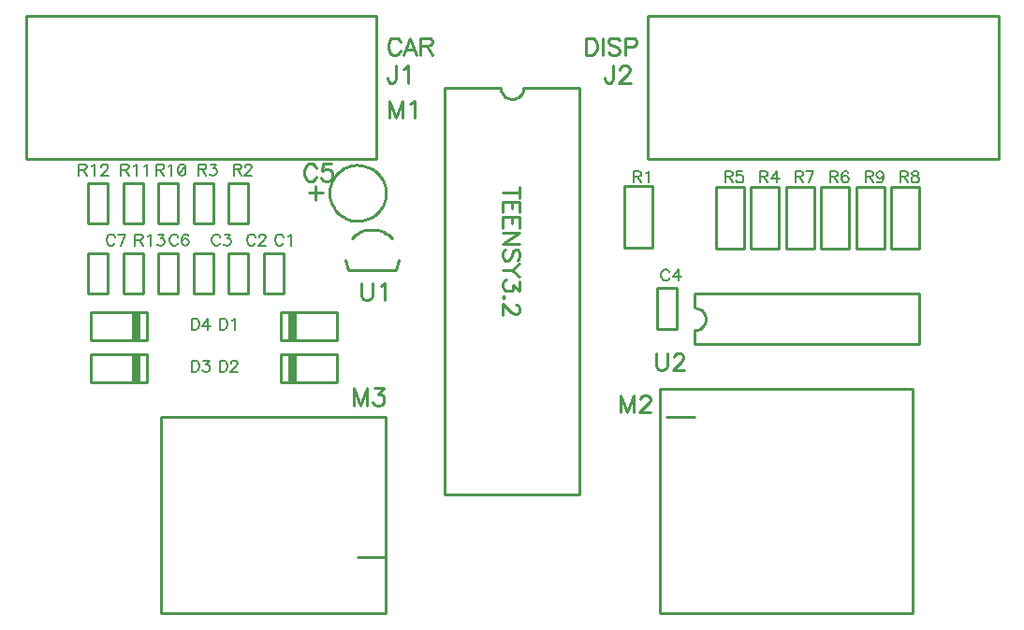
<source format=gto>
G04*
G04  File:            NDCA2.GTO, Sun Aug 22 19:16:03 2021*
G04  Source:          P-CAD 2002 PCB, Version 17.01.22, (C:\Users\David Forbes\Documents\Designs\Nixie\CorvairDash\NDC-A\NDCA2.PCB)*
G04  Format:          Gerber Format (RS-274-D), ASCII*
G04*
G04  Format Options:  Absolute Positioning*
G04                   Leading-Zero Suppression*
G04                   Scale Factor 1:1*
G04                   NO Circular Interpolation*
G04                   Inch Units*
G04                   Numeric Format: 4.4 (XXXX.XXXX)*
G04                   G54 Used for Aperture Change*
G04                   Apertures Embedded*
G04*
G04  File Options:    Offset = (0.0mil,0.0mil)*
G04                   Drill Symbol Size = 80.0mil*
G04                   No Pad/Via Holes*
G04*
G04  File Contents:   No Pads*
G04                   No Vias*
G04                   Designators*
G04                   Types*
G04                   Values*
G04                   No Drill Symbols*
G04                   Top Silk*
G04*
%INNDCA2.GTO*%
%ICAS*%
%MOIN*%
G04*
G04  Aperture MACROs for general use --- invoked via D-code assignment *
G04*
G04  General MACRO for flashed round with rotation and/or offset hole *
%AMROTOFFROUND*
1,1,$1,0.0000,0.0000*
1,0,$2,$3,$4*%
G04*
G04  General MACRO for flashed oval (obround) with rotation and/or offset hole *
%AMROTOFFOVAL*
21,1,$1,$2,0.0000,0.0000,$3*
1,1,$4,$5,$6*
1,1,$4,0-$5,0-$6*
1,0,$7,$8,$9*%
G04*
G04  General MACRO for flashed oval (obround) with rotation and no hole *
%AMROTOVALNOHOLE*
21,1,$1,$2,0.0000,0.0000,$3*
1,1,$4,$5,$6*
1,1,$4,0-$5,0-$6*%
G04*
G04  General MACRO for flashed rectangle with rotation and/or offset hole *
%AMROTOFFRECT*
21,1,$1,$2,0.0000,0.0000,$3*
1,0,$4,$5,$6*%
G04*
G04  General MACRO for flashed rectangle with rotation and no hole *
%AMROTRECTNOHOLE*
21,1,$1,$2,0.0000,0.0000,$3*%
G04*
G04  General MACRO for flashed rounded-rectangle *
%AMROUNDRECT*
21,1,$1,$2-$4,0.0000,0.0000,$3*
21,1,$1-$4,$2,0.0000,0.0000,$3*
1,1,$4,$5,$6*
1,1,$4,$7,$8*
1,1,$4,0-$5,0-$6*
1,1,$4,0-$7,0-$8*
1,0,$9,$10,$11*%
G04*
G04  General MACRO for flashed rounded-rectangle with rotation and no hole *
%AMROUNDRECTNOHOLE*
21,1,$1,$2-$4,0.0000,0.0000,$3*
21,1,$1-$4,$2,0.0000,0.0000,$3*
1,1,$4,$5,$6*
1,1,$4,$7,$8*
1,1,$4,0-$5,0-$6*
1,1,$4,0-$7,0-$8*%
G04*
G04  General MACRO for flashed regular polygon *
%AMREGPOLY*
5,1,$1,0.0000,0.0000,$2,$3+$4*
1,0,$5,$6,$7*%
G04*
G04  General MACRO for flashed regular polygon with no hole *
%AMREGPOLYNOHOLE*
5,1,$1,0.0000,0.0000,$2,$3+$4*%
G04*
G04  General MACRO for target *
%AMTARGET*
6,0,0,$1,$2,$3,4,$4,$5,$6*%
G04*
G04  General MACRO for mounting hole *
%AMMTHOLE*
1,1,$1,0,0*
1,0,$2,0,0*
$1=$1-$2*
$1=$1/2*
21,1,$2+$1,$3,0,0,$4*
21,1,$3,$2+$1,0,0,$4*%
G04*
G04*
G04  D10 : "Ellipse X10.0mil Y10.0mil H0.0mil 0.0deg (0.0mil,0.0mil) Draw"*
G04  Disc: OuterDia=0.0100*
%ADD10C, 0.0100*%
G04  D11 : "Ellipse X15.0mil Y15.0mil H0.0mil 0.0deg (0.0mil,0.0mil) Draw"*
G04  Disc: OuterDia=0.0150*
%ADD11C, 0.0150*%
G04  D12 : "Ellipse X50.0mil Y50.0mil H0.0mil 0.0deg (0.0mil,0.0mil) Draw"*
G04  Disc: OuterDia=0.0500*
%ADD12C, 0.0500*%
G04  D13 : "Ellipse X6.0mil Y6.0mil H0.0mil 0.0deg (0.0mil,0.0mil) Draw"*
G04  Disc: OuterDia=0.0060*
%ADD13C, 0.0060*%
G04  D14 : "Ellipse X250.0mil Y250.0mil H0.0mil 0.0deg (0.0mil,0.0mil) Flash"*
G04  Disc: OuterDia=0.2500*
%ADD14C, 0.2500*%
G04  D15 : "Ellipse X265.0mil Y265.0mil H0.0mil 0.0deg (0.0mil,0.0mil) Flash"*
G04  Disc: OuterDia=0.2650*
%ADD15C, 0.2650*%
G04  D16 : "Ellipse X60.0mil Y60.0mil H0.0mil 0.0deg (0.0mil,0.0mil) Flash"*
G04  Disc: OuterDia=0.0600*
%ADD16C, 0.0600*%
G04  D17 : "Ellipse X70.0mil Y70.0mil H0.0mil 0.0deg (0.0mil,0.0mil) Flash"*
G04  Disc: OuterDia=0.0700*
%ADD17C, 0.0700*%
G04  D18 : "Ellipse X75.0mil Y75.0mil H0.0mil 0.0deg (0.0mil,0.0mil) Flash"*
G04  Disc: OuterDia=0.0750*
%ADD18C, 0.0750*%
G04  D19 : "Ellipse X85.0mil Y85.0mil H0.0mil 0.0deg (0.0mil,0.0mil) Flash"*
G04  Disc: OuterDia=0.0850*
%ADD19C, 0.0850*%
G04  D20 : "Rectangle X40.0mil Y40.0mil H0.0mil 0.0deg (0.0mil,0.0mil) Flash"*
G04  Square: Side=0.0400, Rotation=0.0, OffsetX=0.0000, OffsetY=0.0000, HoleDia=0.0000*
%ADD20R, 0.0400 X0.0400*%
G04  D21 : "Rectangle X55.0mil Y55.0mil H0.0mil 0.0deg (0.0mil,0.0mil) Flash"*
G04  Square: Side=0.0550, Rotation=0.0, OffsetX=0.0000, OffsetY=0.0000, HoleDia=0.0000*
%ADD21R, 0.0550 X0.0550*%
G04  D22 : "Rectangle X60.0mil Y60.0mil H0.0mil 0.0deg (0.0mil,0.0mil) Flash"*
G04  Square: Side=0.0600, Rotation=0.0, OffsetX=0.0000, OffsetY=0.0000, HoleDia=0.0000*
%ADD22R, 0.0600 X0.0600*%
G04  D23 : "Rectangle X64.0mil Y64.0mil H0.0mil 0.0deg (0.0mil,0.0mil) Flash"*
G04  Square: Side=0.0640, Rotation=0.0, OffsetX=0.0000, OffsetY=0.0000, HoleDia=0.0000*
%ADD23R, 0.0640 X0.0640*%
G04  D24 : "Rectangle X70.0mil Y70.0mil H0.0mil 0.0deg (0.0mil,0.0mil) Flash"*
G04  Square: Side=0.0700, Rotation=0.0, OffsetX=0.0000, OffsetY=0.0000, HoleDia=0.0000*
%ADD24R, 0.0700 X0.0700*%
G04  D25 : "Rectangle X75.0mil Y75.0mil H0.0mil 0.0deg (0.0mil,0.0mil) Flash"*
G04  Square: Side=0.0750, Rotation=0.0, OffsetX=0.0000, OffsetY=0.0000, HoleDia=0.0000*
%ADD25R, 0.0750 X0.0750*%
G04  D26 : "Rectangle X79.0mil Y79.0mil H0.0mil 0.0deg (0.0mil,0.0mil) Flash"*
G04  Square: Side=0.0790, Rotation=0.0, OffsetX=0.0000, OffsetY=0.0000, HoleDia=0.0000*
%ADD26R, 0.0790 X0.0790*%
G04  D27 : "Rectangle X85.0mil Y85.0mil H0.0mil 0.0deg (0.0mil,0.0mil) Flash"*
G04  Square: Side=0.0850, Rotation=0.0, OffsetX=0.0000, OffsetY=0.0000, HoleDia=0.0000*
%ADD27R, 0.0850 X0.0850*%
G04  D28 : "Ellipse X50.0mil Y50.0mil H0.0mil 0.0deg (0.0mil,0.0mil) Flash"*
G04  Disc: OuterDia=0.0500*
%ADD28C, 0.0500*%
G04  D29 : "Ellipse X65.0mil Y65.0mil H0.0mil 0.0deg (0.0mil,0.0mil) Flash"*
G04  Disc: OuterDia=0.0650*
%ADD29C, 0.0650*%
G04*
%FSLAX44Y44*%
%SFA1B1*%
%OFA0.0000B0.0000*%
G04*
G70*
G90*
G01*
D2*
%LNTop Silk*%
G54D10*
X34900Y44400*
X35600D1*
X34900Y45850D2*
X35600D1*
Y44400D2*
Y45850D1*
X34900D2*
Y44400D1*
D2*
G54D13*
X34827Y46329*
X35001D1*
X35060Y46349*
X35079Y46368*
X35098Y46407*
Y46446*
X35079Y46484*
X35060Y46504*
X35001Y46523*
X34827*
Y46116*
X34963Y46329D2*
X35098Y46116D1*
X35273Y46446D2*
X35312Y46465D1*
X35370Y46523*
Y46116*
X35719Y46523D2*
X35660Y46504D1*
X35622Y46446*
X35602Y46349*
Y46291*
X35622Y46194*
X35660Y46135*
X35719Y46116*
X35757*
X35815Y46135*
X35854Y46194*
X35874Y46291*
Y46349*
X35854Y46446*
X35815Y46504*
X35757Y46523*
X35719*
X35854Y46446D2*
X35622Y46194D1*
D2*
G54D10*
X33650Y44400*
X34350D1*
X33650Y45850D2*
X34350D1*
Y44400D2*
Y45850D1*
X33650D2*
Y44400D1*
D2*
G54D13*
X33577Y46329*
X33751D1*
X33810Y46349*
X33829Y46368*
X33848Y46407*
Y46446*
X33829Y46484*
X33810Y46504*
X33751Y46523*
X33577*
Y46116*
X33713Y46329D2*
X33848Y46116D1*
X34023Y46446D2*
X34062Y46465D1*
X34120Y46523*
Y46116*
X34410Y46446D2*
X34449Y46465D1*
X34507Y46523*
Y46116*
D2*
G54D10*
X33650Y41900*
X34350D1*
X33650Y43350D2*
X34350D1*
Y41900D2*
Y43350D1*
X33650D2*
Y41900D1*
D2*
G54D13*
X34077Y43829*
X34251D1*
X34310Y43849*
X34329Y43868*
X34348Y43907*
Y43946*
X34329Y43984*
X34310Y44004*
X34251Y44023*
X34077*
Y43616*
X34213Y43829D2*
X34348Y43616D1*
X34523Y43946D2*
X34562Y43965D1*
X34620Y44023*
Y43616*
X34891Y44023D2*
X35104D1*
X34988Y43868*
X35046*
X35085Y43849*
X35104Y43829*
X35124Y43771*
Y43732*
X35104Y43674*
X35065Y43635*
X35007Y43616*
X34949*
X34891Y43635*
X34872Y43655*
X34852Y43694*
D2*
G54D10*
X37400Y44400*
X38100D1*
X37400Y45850D2*
X38100D1*
Y44400D2*
Y45850D1*
X37400D2*
Y44400D1*
D2*
G54D13*
X37578Y46332*
X37754D1*
X37812Y46352*
X37832Y46371*
X37851Y46410*
Y46449*
X37832Y46488*
X37812Y46508*
X37754Y46528*
X37578*
Y46117*
X37714Y46332D2*
X37851Y46117D1*
X37988Y46430D2*
Y46449D1*
X38008Y46488*
X38027Y46508*
X38066Y46528*
X38144*
X38183Y46508*
X38203Y46488*
X38222Y46449*
Y46410*
X38203Y46371*
X38164Y46313*
X37968Y46117*
X38242*
D2*
G54D10*
X36150Y44400*
X36850D1*
X36150Y45850D2*
X36850D1*
Y44400D2*
Y45850D1*
X36150D2*
Y44400D1*
D2*
G54D13*
X36328Y46332*
X36504D1*
X36562Y46352*
X36582Y46371*
X36601Y46410*
Y46449*
X36582Y46488*
X36562Y46508*
X36504Y46528*
X36328*
Y46117*
X36464Y46332D2*
X36601Y46117D1*
X36758Y46528D2*
X36972D1*
X36855Y46371*
X36914*
X36953Y46352*
X36972Y46332*
X36992Y46274*
Y46234*
X36972Y46176*
X36933Y46137*
X36875Y46117*
X36816*
X36758Y46137*
X36738Y46156*
X36718Y46195*
D2*
G54D10*
X38100Y43350*
X37400D1*
X38100Y41900D2*
X37400D1*
Y43350D2*
Y41900D1*
X38100D2*
Y43350D1*
D2*
G54D13*
G54D10*
G54D13*
X38351Y43930*
X38332Y43969D1*
X38293Y44008*
X38254Y44028*
X38175*
X38136Y44008*
X38097Y43969*
X38078Y43930*
X38058Y43871*
Y43774*
X38078Y43715*
X38097Y43676*
X38136Y43637*
X38175Y43617*
X38254*
X38293Y43637*
X38332Y43676*
X38351Y43715*
X38488Y43930D2*
Y43949D1*
X38508Y43988*
X38527Y44008*
X38566Y44028*
X38644*
X38683Y44008*
X38703Y43988*
X38722Y43949*
Y43910*
X38703Y43871*
X38664Y43813*
X38468Y43617*
X38742*
D2*
G54D10*
X36850Y43350*
X36150D1*
X36850Y41900D2*
X36150D1*
Y43350D2*
Y41900D1*
X36850D2*
Y43350D1*
D2*
G54D13*
G54D10*
G54D13*
X37101Y43930*
X37082Y43969D1*
X37043Y44008*
X37004Y44028*
X36925*
X36886Y44008*
X36847Y43969*
X36828Y43930*
X36808Y43871*
Y43774*
X36828Y43715*
X36847Y43676*
X36886Y43637*
X36925Y43617*
X37004*
X37043Y43637*
X37082Y43676*
X37101Y43715*
X37258Y44028D2*
X37472D1*
X37355Y43871*
X37414*
X37453Y43852*
X37472Y43832*
X37492Y43774*
Y43734*
X37472Y43676*
X37433Y43637*
X37375Y43617*
X37316*
X37258Y43637*
X37238Y43656*
X37218Y43695*
D2*
G54D10*
X51500Y45750*
Y43550D1*
X52500D2*
Y45750D1*
X51500*
Y43550D2*
X52500D1*
D2*
G54D13*
G54D10*
G54D13*
X51828Y46082*
X52004D1*
X52062Y46102*
X52082Y46121*
X52101Y46160*
Y46199*
X52082Y46238*
X52062Y46258*
X52004Y46278*
X51828*
Y45867*
X51964Y46082D2*
X52101Y45867D1*
X52277Y46199D2*
X52316Y46219D1*
X52375Y46278*
Y45867*
D2*
G54D10*
X53350Y42100*
X52650D1*
X53350Y40650D2*
X52650D1*
Y42100D2*
Y40650D1*
X53350D2*
Y42100D1*
D2*
G54D13*
G54D10*
G54D13*
X53101Y42680*
X53082Y42719D1*
X53043Y42758*
X53004Y42778*
X52925*
X52886Y42758*
X52847Y42719*
X52828Y42680*
X52808Y42621*
Y42524*
X52828Y42465*
X52847Y42426*
X52886Y42387*
X52925Y42367*
X53004*
X53043Y42387*
X53082Y42426*
X53101Y42465*
X53414Y42367D2*
Y42778D1*
X53218Y42504*
X53512*
D2*
G54D10*
X55750Y43500*
Y45700D1*
X54750D2*
Y43500D1*
X55750*
Y45700D2*
X54750D1*
D2*
G54D13*
G54D10*
G54D13*
X55078Y46082*
X55254D1*
X55312Y46102*
X55332Y46121*
X55351Y46160*
Y46199*
X55332Y46238*
X55312Y46258*
X55254Y46278*
X55078*
Y45867*
X55214Y46082D2*
X55351Y45867D1*
X55703Y46278D2*
X55508D1*
X55488Y46102*
X55508Y46121*
X55566Y46141*
X55625*
X55683Y46121*
X55722Y46082*
X55742Y46024*
Y45984*
X55722Y45926*
X55683Y45887*
X55625Y45867*
X55566*
X55508Y45887*
X55488Y45906*
X55468Y45945*
D2*
G54D10*
X58250Y43500*
Y45700D1*
X57250D2*
Y43500D1*
X58250*
Y45700D2*
X57250D1*
D2*
G54D13*
G54D10*
G54D13*
X57578Y46082*
X57754D1*
X57812Y46102*
X57832Y46121*
X57851Y46160*
Y46199*
X57832Y46238*
X57812Y46258*
X57754Y46278*
X57578*
Y45867*
X57714Y46082D2*
X57851Y45867D1*
X58047D2*
X58242Y46278D1*
X57968*
D2*
G54D10*
X59500Y43500*
Y45700D1*
X58500D2*
Y43500D1*
X59500*
Y45700D2*
X58500D1*
D2*
G54D13*
G54D10*
G54D13*
X58828Y46082*
X59004D1*
X59062Y46102*
X59082Y46121*
X59101Y46160*
Y46199*
X59082Y46238*
X59062Y46258*
X59004Y46278*
X58828*
Y45867*
X58964Y46082D2*
X59101Y45867D1*
X59472Y46219D2*
X59453Y46258D1*
X59394Y46278*
X59355*
X59297Y46258*
X59258Y46199*
X59238Y46102*
Y46004*
X59258Y45926*
X59297Y45887*
X59355Y45867*
X59375*
X59433Y45887*
X59472Y45926*
X59492Y45984*
Y46004*
X59472Y46063*
X59433Y46102*
X59375Y46121*
X59355*
X59297Y46102*
X59258Y46063*
X59238Y46004*
D2*
G54D10*
X62000Y43500*
Y45700D1*
X61000D2*
Y43500D1*
X62000*
Y45700D2*
X61000D1*
D2*
G54D13*
G54D10*
G54D13*
X61328Y46082*
X61504D1*
X61562Y46102*
X61582Y46121*
X61601Y46160*
Y46199*
X61582Y46238*
X61562Y46258*
X61504Y46278*
X61328*
Y45867*
X61464Y46082D2*
X61601Y45867D1*
X61816Y46278D2*
X61758Y46258D1*
X61738Y46219*
Y46180*
X61758Y46141*
X61797Y46121*
X61875Y46102*
X61933Y46082*
X61972Y46043*
X61992Y46004*
Y45945*
X61972Y45906*
X61953Y45887*
X61894Y45867*
X61816*
X61758Y45887*
X61738Y45906*
X61718Y45945*
Y46004*
X61738Y46043*
X61777Y46082*
X61836Y46102*
X61914Y46121*
X61953Y46141*
X61972Y46180*
Y46219*
X61953Y46258*
X61894Y46278*
X61816*
D2*
G54D10*
X34500Y41250*
Y40250D1*
X34000Y41250D2*
Y40250D1*
X34100Y41250D2*
Y40250D1*
X34200Y41250D2*
Y40250D1*
X32500Y41250D2*
Y40250D1*
X34500Y41250D2*
X32500D1*
X34500Y40250D2*
X32500D1*
D2*
G54D13*
X36078Y41028*
Y40617D1*
X36214*
X36273Y40637*
X36312Y40676*
X36332Y40715*
X36351Y40774*
Y40871*
X36332Y40930*
X36312Y40969*
X36273Y41008*
X36214Y41028*
X36078*
X36664Y40617D2*
Y41028D1*
X36468Y40754*
X36762*
D2*
G54D10*
X34500Y39750*
Y38750D1*
X34000Y39750D2*
Y38750D1*
X34100Y39750D2*
Y38750D1*
X34200Y39750D2*
Y38750D1*
X32500Y39750D2*
Y38750D1*
X34500Y39750D2*
X32500D1*
X34500Y38750D2*
X32500D1*
D2*
G54D13*
X36078Y39528*
Y39117D1*
X36214*
X36273Y39137*
X36312Y39176*
X36332Y39215*
X36351Y39274*
Y39371*
X36332Y39430*
X36312Y39469*
X36273Y39508*
X36214Y39528*
X36078*
X36508D2*
X36722D1*
X36605Y39371*
X36664*
X36703Y39352*
X36722Y39332*
X36742Y39274*
Y39234*
X36722Y39176*
X36683Y39137*
X36625Y39117*
X36566*
X36508Y39137*
X36488Y39156*
X36468Y39195*
D2*
G54D10*
X32400Y44400*
X33100D1*
X32400Y45850D2*
X33100D1*
Y44400D2*
Y45850D1*
X32400D2*
Y44400D1*
D2*
G54D13*
X32077Y46329*
X32251D1*
X32310Y46349*
X32329Y46368*
X32348Y46407*
Y46446*
X32329Y46484*
X32310Y46504*
X32251Y46523*
X32077*
Y46116*
X32213Y46329D2*
X32348Y46116D1*
X32523Y46446D2*
X32562Y46465D1*
X32620Y46523*
Y46116*
X32872Y46426D2*
Y46446D1*
X32891Y46484*
X32910Y46504*
X32949Y46523*
X33027*
X33065Y46504*
X33085Y46484*
X33104Y46446*
Y46407*
X33085Y46368*
X33046Y46310*
X32852Y46116*
X33124*
D2*
G54D10*
X35600Y43350*
X34900D1*
X35600Y41900D2*
X34900D1*
Y43350D2*
Y41900D1*
X35600D2*
Y43350D1*
D2*
G54D13*
G54D10*
G54D13*
X35601Y43930*
X35582Y43969D1*
X35543Y44008*
X35504Y44028*
X35425*
X35386Y44008*
X35347Y43969*
X35328Y43930*
X35308Y43871*
Y43774*
X35328Y43715*
X35347Y43676*
X35386Y43637*
X35425Y43617*
X35504*
X35543Y43637*
X35582Y43676*
X35601Y43715*
X35972Y43969D2*
X35953Y44008D1*
X35894Y44028*
X35855*
X35797Y44008*
X35758Y43949*
X35738Y43852*
Y43754*
X35758Y43676*
X35797Y43637*
X35855Y43617*
X35875*
X35933Y43637*
X35972Y43676*
X35992Y43734*
Y43754*
X35972Y43813*
X35933Y43852*
X35875Y43871*
X35855*
X35797Y43852*
X35758Y43813*
X35738Y43754*
D2*
G54D10*
X33100Y43350*
X32400D1*
X33100Y41900D2*
X32400D1*
Y43350D2*
Y41900D1*
X33100D2*
Y43350D1*
D2*
G54D13*
G54D10*
G54D13*
X33351Y43930*
X33332Y43969D1*
X33293Y44008*
X33254Y44028*
X33175*
X33136Y44008*
X33097Y43969*
X33078Y43930*
X33058Y43871*
Y43774*
X33078Y43715*
X33097Y43676*
X33136Y43637*
X33175Y43617*
X33254*
X33293Y43637*
X33332Y43676*
X33351Y43715*
X33547Y43617D2*
X33742Y44028D1*
X33468*
D2*
G54D10*
X41550Y43100*
X41650Y42750D1*
X43350*
X43221Y43868D2*
X43154Y43938D1*
X43081Y44000*
X43002Y44055*
X42918Y44102*
X42830Y44140*
X42738Y44169*
X42643Y44189*
X42548Y44198*
X42451*
X42356Y44189*
X42261Y44169*
X42169Y44140*
X42081Y44102*
X41997Y44055*
X41918Y44000*
X41845Y43938*
X41778Y43868*
X43350Y42750D2*
X43450Y43100D1*
X42116Y42287D2*
Y41850D1*
X42145Y41762*
X42203Y41704*
X42291Y41675*
X42349*
X42436Y41704*
X42495Y41762*
X42524Y41850*
Y42287*
X42815Y42170D2*
X42873Y42199D1*
X42961Y42287*
Y41675*
X40250Y45500D2*
X40750D1*
X40500Y45250D2*
Y45750D1*
X43000Y45500D2*
X42995Y45599D1*
X42980Y45698*
X42955Y45794*
X42921Y45888*
X42878Y45978*
X42826Y46063*
X42766Y46142*
X42698Y46215*
X42623Y46281*
X42542Y46340*
X42456Y46389*
X42365Y46430*
X42270Y46462*
X42173Y46484*
X42074Y46497*
X41975Y46499*
X41875Y46492*
X41777Y46474*
X41681Y46447*
X41588Y46411*
X41500Y46366*
X41416Y46311*
X41338Y46249*
X41266Y46180*
X41202Y46103*
X41146Y46021*
X41099Y45933*
X41060Y45842*
X41030Y45746*
X41011Y45649*
X41001Y45549*
Y45450*
X41011Y45350*
X41030Y45253*
X41060Y45157*
X41099Y45066*
X41146Y44978*
X41202Y44896*
X41266Y44819*
X41338Y44750*
X41416Y44688*
X41500Y44633*
X41588Y44588*
X41681Y44552*
X41777Y44525*
X41875Y44507*
X41975Y44500*
X42074Y44502*
X42173Y44515*
X42270Y44537*
X42365Y44569*
X42456Y44610*
X42542Y44659*
X42623Y44718*
X42698Y44784*
X42766Y44857*
X42826Y44936*
X42878Y45021*
X42921Y45111*
X42955Y45205*
X42980Y45301*
X42995Y45400*
X43000Y45500*
X40524Y46391D2*
X40495Y46450D1*
X40437Y46508*
X40378Y46537*
X40262*
X40204Y46508*
X40145Y46450*
X40116Y46391*
X40087Y46304*
Y46158*
X40116Y46071*
X40145Y46013*
X40204Y45954*
X40262Y45925*
X40378*
X40437Y45954*
X40495Y46013*
X40524Y46071*
X41049Y46537D2*
X40757D1*
X40728Y46275*
X40757Y46304*
X40845Y46333*
X40932*
X41020Y46304*
X41078Y46246*
X41107Y46158*
Y46100*
X41078Y46013*
X41020Y45954*
X40932Y45925*
X40845*
X40757Y45954*
X40728Y45983*
X40699Y46042*
X39350Y43350D2*
X38650D1*
X39350Y41900D2*
X38650D1*
Y43350D2*
Y41900D1*
X39350D2*
Y43350D1*
D2*
G54D13*
G54D10*
G54D13*
X39351Y43930*
X39332Y43969D1*
X39293Y44008*
X39254Y44028*
X39175*
X39136Y44008*
X39097Y43969*
X39078Y43930*
X39058Y43871*
Y43774*
X39078Y43715*
X39097Y43676*
X39136Y43637*
X39175Y43617*
X39254*
X39293Y43637*
X39332Y43676*
X39351Y43715*
X39527Y43949D2*
X39566Y43969D1*
X39625Y44028*
Y43617*
D2*
G54D10*
X57000Y43500*
Y45700D1*
X56000D2*
Y43500D1*
X57000*
Y45700D2*
X56000D1*
D2*
G54D13*
G54D10*
G54D13*
X56328Y46082*
X56504D1*
X56562Y46102*
X56582Y46121*
X56601Y46160*
Y46199*
X56582Y46238*
X56562Y46258*
X56504Y46278*
X56328*
Y45867*
X56464Y46082D2*
X56601Y45867D1*
X56914D2*
Y46278D1*
X56718Y46004*
X57012*
D2*
G54D10*
X60750Y43500*
Y45700D1*
X59750D2*
Y43500D1*
X60750*
Y45700D2*
X59750D1*
D2*
G54D13*
G54D10*
G54D13*
X60078Y46082*
X60254D1*
X60312Y46102*
X60332Y46121*
X60351Y46160*
Y46199*
X60332Y46238*
X60312Y46258*
X60254Y46278*
X60078*
Y45867*
X60214Y46082D2*
X60351Y45867D1*
X60722Y46141D2*
X60703Y46082D1*
X60664Y46043*
X60605Y46024*
X60586*
X60527Y46043*
X60488Y46082*
X60468Y46141*
Y46160*
X60488Y46219*
X60527Y46258*
X60586Y46278*
X60605*
X60664Y46258*
X60703Y46219*
X60722Y46141*
Y46043*
X60703Y45945*
X60664Y45887*
X60605Y45867*
X60566*
X60508Y45887*
X60488Y45926*
D2*
G54D10*
X39250Y40250*
Y41250D1*
X39750Y40250D2*
Y41250D1*
X39650Y40250D2*
Y41250D1*
X39550Y40250D2*
Y41250D1*
X41250Y40250D2*
Y41250D1*
X39250Y40250D2*
X41250D1*
X39250Y41250D2*
X41250D1*
D2*
G54D13*
X37078Y41028*
Y40617D1*
X37214*
X37273Y40637*
X37312Y40676*
X37332Y40715*
X37351Y40774*
Y40871*
X37332Y40930*
X37312Y40969*
X37273Y41008*
X37214Y41028*
X37078*
X37527Y40949D2*
X37566Y40969D1*
X37625Y41028*
Y40617*
D2*
G54D10*
X39250Y38750*
Y39750D1*
X39750Y38750D2*
Y39750D1*
X39650Y38750D2*
Y39750D1*
X39550Y38750D2*
Y39750D1*
X41250Y38750D2*
Y39750D1*
X39250Y38750D2*
X41250D1*
X39250Y39750D2*
X41250D1*
D2*
G54D13*
X37078Y39528*
Y39117D1*
X37214*
X37273Y39137*
X37312Y39176*
X37332Y39215*
X37351Y39274*
Y39371*
X37332Y39430*
X37312Y39469*
X37273Y39508*
X37214Y39528*
X37078*
X37488Y39430D2*
Y39449D1*
X37508Y39488*
X37527Y39508*
X37566Y39528*
X37644*
X37683Y39508*
X37703Y39488*
X37722Y39449*
Y39410*
X37703Y39371*
X37664Y39313*
X37468Y39117*
X37742*
D2*
G54D10*
X43000Y32500*
X42000D1*
X35000Y37500D2*
X43000D1*
Y30500D2*
X35000D1*
Y37500*
X43000D2*
Y30500D1*
X42331Y37925D2*
Y38536D1*
X42099Y37925*
X41866Y38536*
Y37925*
X42593Y38536D2*
X42913D1*
X42739Y38303*
X42826*
X42884Y38274*
X42913Y38245*
X42943Y38158*
Y38099*
X42913Y38012*
X42855Y37954*
X42768Y37925*
X42681*
X42593Y37954*
X42564Y37983*
X42535Y38041*
X42660Y51800D2*
Y46700D1*
X30180Y51800D2*
Y46700D1*
X42660Y51800D2*
X30180D1*
X42660Y46700D2*
X30180D1*
X43520Y50886D2*
X43491Y50944D1*
X43433Y51002*
X43375Y51031*
X43260*
X43202Y51002*
X43144Y50944*
X43115Y50886*
X43086Y50799*
Y50655*
X43115Y50568*
X43144Y50510*
X43202Y50452*
X43260Y50423*
X43375*
X43433Y50452*
X43491Y50510*
X43520Y50568*
X44098Y50423D2*
X43867Y51031D1*
X43636Y50423*
X43722Y50626D2*
X44012D1*
X44243Y50742D2*
X44503D1*
X44590Y50771*
X44619Y50799*
X44648Y50857*
Y50915*
X44619Y50973*
X44590Y51002*
X44503Y51031*
X44243*
Y50423*
X44445Y50742D2*
X44648Y50423D1*
X43350Y50040D2*
Y49572D1*
X43321Y49484*
X43292Y49455*
X43233Y49426*
X43175*
X43116Y49455*
X43087Y49484*
X43058Y49572*
Y49631*
X43643Y49923D2*
X43701Y49952D1*
X43789Y50040*
Y49426*
X47100Y49250D2*
X47111Y49154D1*
X47145Y49064*
X47200Y48984*
X47272Y48920*
X47358Y48875*
X47451Y48852*
X47548*
X47641Y48875*
X47727Y48920*
X47799Y48984*
X47854Y49064*
X47888Y49154*
X47900Y49250*
X45100Y34750D2*
Y49250D1*
X49900Y34750D2*
Y49250D1*
X45100D2*
X47100D1*
X45100Y34750D2*
X49900D1*
X47900Y49250D2*
X49900D1*
X47772Y45521D2*
X47171D1*
X47772Y45721D2*
Y45320D1*
Y44805D2*
Y45177D1*
X47171*
Y44805*
X47486Y45177D2*
Y44948D1*
X47772Y44262D2*
Y44634D1*
X47171*
Y44262*
X47486Y44634D2*
Y44405D1*
X47772Y43689D2*
X47171D1*
X47772Y44090*
X47171*
X47686Y43089D2*
X47744Y43146D1*
X47772Y43232*
Y43346*
X47744Y43432*
X47686Y43489*
X47629*
X47572Y43461*
X47543Y43432*
X47515Y43375*
X47457Y43203*
X47429Y43146*
X47400Y43117*
X47343Y43089*
X47257*
X47200Y43146*
X47171Y43232*
Y43346*
X47200Y43432*
X47257Y43489*
X47772Y42974D2*
X47486Y42745D1*
X47171*
X47772Y42516D2*
X47486Y42745D1*
X47772Y42345D2*
Y42030D1*
X47543Y42202*
Y42116*
X47515Y42059*
X47486Y42030*
X47400Y42001*
X47343*
X47257Y42030*
X47200Y42087*
X47171Y42173*
Y42259*
X47200Y42345*
X47229Y42373*
X47286Y42402*
X47229Y41772D2*
X47200Y41801D1*
X47171Y41772*
X47200Y41744*
X47229Y41772*
X47629Y41515D2*
X47658D1*
X47715Y41486*
X47744Y41458*
X47772Y41400*
Y41286*
X47744Y41229*
X47715Y41200*
X47658Y41172*
X47601*
X47543Y41200*
X47457Y41257*
X47171Y41544*
Y41143*
X43581Y48175D2*
Y48786D1*
X43349Y48175*
X43116Y48786*
Y48175*
X43872Y48669D2*
X43931Y48699D1*
X44018Y48786*
Y48175*
X62000Y40100D2*
Y41900D1*
X54000Y41400D2*
Y41900D1*
Y41400D2*
X54095Y41388D1*
X54185Y41354*
X54265Y41299*
X54329Y41227*
X54374Y41141*
X54397Y41048*
Y40951*
X54374Y40858*
X54329Y40772*
X54265Y40700*
X54185Y40645*
X54095Y40611*
X54000Y40600*
Y40100D2*
Y40600D1*
X62000Y41900D2*
X54000D1*
X62000Y40100D2*
X54000D1*
X52616Y39787D2*
Y39350D1*
X52645Y39262*
X52703Y39204*
X52791Y39175*
X52849*
X52936Y39204*
X52995Y39262*
X53024Y39350*
Y39787*
X53257Y39641D2*
Y39670D1*
X53286Y39728*
X53315Y39758*
X53373Y39787*
X53490*
X53548Y39758*
X53577Y39728*
X53606Y39670*
Y39612*
X53577Y39554*
X53519Y39466*
X53228Y39175*
X53636*
X61750Y30500D2*
X52750D1*
X54000Y37500D2*
X53000D1*
X52750Y38500D2*
X61750D1*
Y30500*
X52750D2*
Y38500D1*
X51831Y37675D2*
Y38286D1*
X51599Y37675*
X51366Y38286*
Y37675*
X52064Y38140D2*
Y38169D1*
X52093Y38228*
X52122Y38257*
X52181Y38286*
X52297*
X52355Y38257*
X52384Y38228*
X52413Y38169*
Y38111*
X52384Y38053*
X52326Y37966*
X52035Y37675*
X52443*
X64820Y51800D2*
Y46700D1*
X52340Y51800D2*
Y46700D1*
X64820Y51800D2*
X52340D1*
X64820Y46700D2*
X52340D1*
X50115Y51029D2*
Y50423D1*
X50317*
X50403Y50452*
X50461Y50510*
X50490Y50567*
X50519Y50654*
Y50798*
X50490Y50885*
X50461Y50942*
X50403Y51000*
X50317Y51029*
X50115*
X50721D2*
Y50423D1*
X51327Y50942D2*
X51269Y51000D1*
X51182Y51029*
X51067*
X50980Y51000*
X50923Y50942*
Y50885*
X50952Y50827*
X50980Y50798*
X51038Y50769*
X51211Y50712*
X51269Y50683*
X51298Y50654*
X51327Y50596*
Y50510*
X51269Y50452*
X51182Y50423*
X51067*
X50980Y50452*
X50923Y50510*
X51529Y50712D2*
X51788D1*
X51875Y50740*
X51904Y50769*
X51932Y50827*
Y50913*
X51904Y50971*
X51875Y51000*
X51788Y51029*
X51529*
Y50423*
X51100Y50040D2*
Y49572D1*
X51071Y49484*
X51042Y49455*
X50983Y49426*
X50925*
X50866Y49455*
X50837Y49484*
X50808Y49572*
Y49631*
X51334Y49894D2*
Y49923D1*
X51364Y49982*
X51393Y50011*
X51451Y50040*
X51568*
X51627Y50011*
X51656Y49982*
X51685Y49923*
Y49865*
X51656Y49806*
X51598Y49718*
X51305Y49426*
X51715*
D02M02*

</source>
